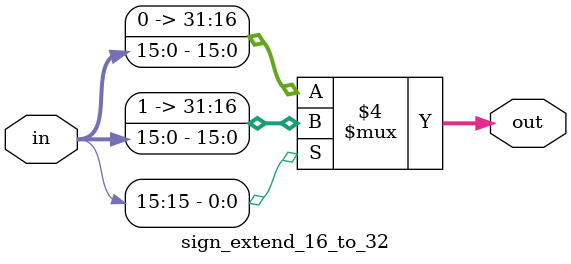
<source format=v>
`timescale 1ns / 1ps


module sign_extend_16_to_32 (in,out);
    input [15:0] in;
    output reg [31:0] out;

always @(*) begin
    if(in[15] == 0) // msb == 1
        out={16'h0000,in};
    else
        out={16'hffff,in};
end

endmodule

</source>
